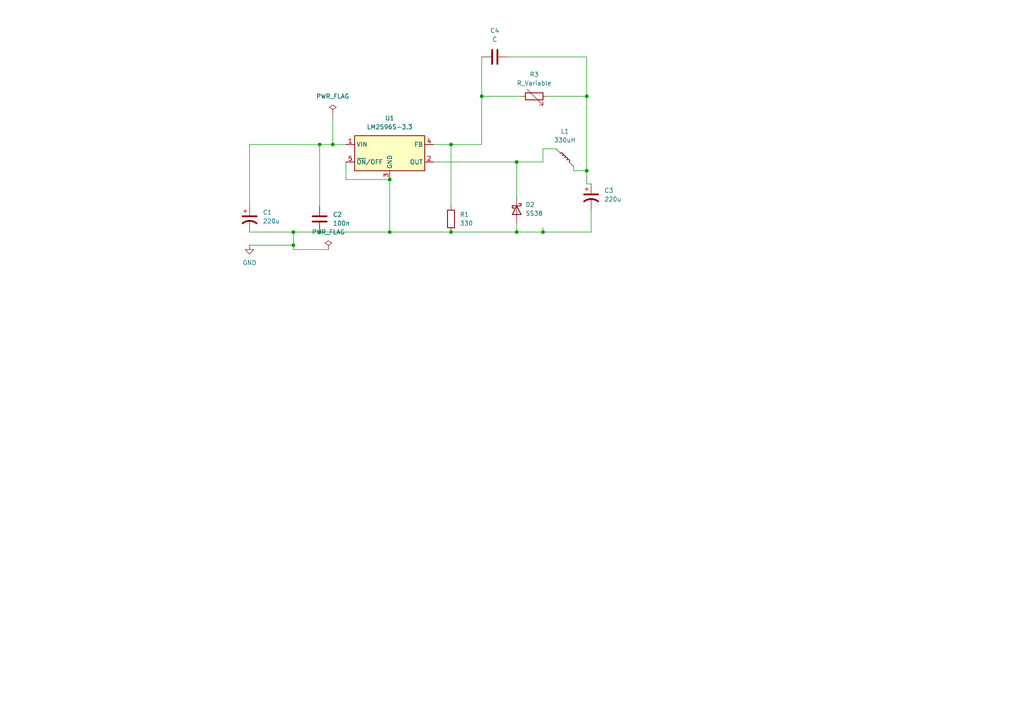
<source format=kicad_sch>
(kicad_sch (version 20231120) (generator "eeschema") (generator_version "8.0")
  (paper "A4")
  (title_block (title "Ejercicio1") (date "05/04/2024") (rev "Indefinido") (company "Universidad_Catolica") (comment 1 "Es un ejercicio de practica"))
  (lib_symbols
    (symbol "Device:C" (pin_numbers hide) (pin_names (offset 0.254))
      (property "Reference" "C" (at 0.635 2.54 0))
      (property "Value" "C" (at 0.635 -2.54 0))
      (symbol "C_0_1"
        (polyline (pts (xy -2.032 -0.762) (xy 2.032 -0.762)) (stroke (width 0.508)))
        (polyline (pts (xy -2.032 0.762) (xy 2.032 0.762)) (stroke (width 0.508)))
      )
      (symbol "C_1_1"
        (pin passive line (at 0 3.81 270) (length 2.794) (name "~") (number "1"))
        (pin passive line (at 0 -3.81 90) (length 2.794) (name "~") (number "2"))
      )
    )
    (symbol "Device:C_Polarized_US" (pin_numbers hide) (pin_names (offset 0.254) hide)
      (property "Reference" "C" (at 0.635 2.54 0))
      (property "Value" "C_Polarized_US" (at 0.635 -2.54 0))
      (symbol "C_Polarized_US_0_1"
        (polyline (pts (xy -2.032 0.762) (xy 2.032 0.762)) (stroke (width 0.508)))
        (polyline (pts (xy -1.778 2.286) (xy -0.762 2.286)))
        (polyline (pts (xy -1.27 1.778) (xy -1.27 2.794)))
        (arc (start 2.032 -1.27) (mid 0 -0.5572) (end -2.032 -1.27) (stroke (width 0.508)))
      )
      (symbol "C_Polarized_US_1_1"
        (pin passive line (at 0 3.81 270) (length 2.794) (name "~") (number "1"))
        (pin passive line (at 0 -3.81 90) (length 3.302) (name "~") (number "2"))
      )
    )
    (symbol "Device:L_45deg" (pin_numbers hide) (pin_names (offset 0))
      (property "Reference" "L" (at 5.08 2.54 0))
      (property "Value" "L_45deg" (at 8.255 0.635 0))
      (symbol "L_45deg_0_1"
        (polyline (pts (xy -1.27 1.27) (xy -2.54 2.54)))
        (polyline (pts (xy 2.54 -2.54) (xy 1.27 -1.27)))
      )
      (symbol "L_45deg_1_1"
        (arc (start -0.635 0.635) (mid -0.6462 1.2588) (end -1.27 1.27) (stroke (width 0.254)))
        (arc (start 0 0) (mid -0.0062 0.6288) (end -0.635 0.635) (stroke (width 0.254)))
        (arc (start 0.635 -0.635) (mid 0.6256 -0.0094) (end 0 0) (stroke (width 0.254)))
        (arc (start 1.27 -1.27) (mid 1.265 -0.6449) (end 0.635 -0.635) (stroke (width 0.254)))
        (pin passive line (at 2.54 -2.54 180) (length 0) (name "~") (number "1"))
        (pin passive line (at -2.54 2.54 0) (length 0) (name "~") (number "2"))
      )
    )
    (symbol "Device:R" (pin_numbers hide) (pin_names (offset 0))
      (property "Reference" "R" (at 2.032 0 90))
      (property "Value" "R" (at 0 0 90))
      (symbol "R_0_1"
        (rectangle (start -1.016 -2.54) (end 1.016 2.54) (stroke (width 0.254)))
      )
      (symbol "R_1_1"
        (pin passive line (at 0 3.81 270) (length 1.27) (name "~") (number "1"))
        (pin passive line (at 0 -3.81 90) (length 1.27) (name "~") (number "2"))
      )
    )
    (symbol "Device:R_Variable" (pin_numbers hide) (pin_names (offset 0))
      (property "Reference" "R" (at 2.54 -2.54 90))
      (property "Value" "R_Variable" (at -2.54 -1.27 90))
      (symbol "R_Variable_0_1"
        (rectangle (start -1.016 -2.54) (end 1.016 2.54) (stroke (width 0.254)))
        (polyline (pts (xy 2.54 1.524) (xy 2.54 2.54) (xy 1.524 2.54) (xy 2.54 2.54) (xy -2.032 -2.032)))
      )
      (symbol "R_Variable_1_1"
        (pin passive line (at 0 3.81 270) (length 1.27) (name "~") (number "1"))
        (pin passive line (at 0 -3.81 90) (length 1.27) (name "~") (number "2"))
      )
    )
    (symbol "Diode:SS38" (pin_numbers hide) (pin_names (offset 1.016) hide)
      (property "Reference" "D" (at 0 2.54 0))
      (property "Value" "SS38" (at 0 -2.54 0))
      (symbol "SS38_0_1"
        (polyline (pts (xy 1.27 0) (xy -1.27 0)))
        (polyline (pts (xy 1.27 1.27) (xy 1.27 -1.27) (xy -1.27 0) (xy 1.27 1.27)) (stroke (width 0.254)))
        (polyline (pts (xy -1.905 0.635) (xy -1.905 1.27) (xy -1.27 1.27) (xy -1.27 -1.27) (xy -0.635 -1.27) (xy -0.635 -0.635)) (stroke (width 0.254)))
      )
      (symbol "SS38_1_1"
        (pin passive line (at -3.81 0 0) (length 2.54) (name "K") (number "1"))
        (pin passive line (at 3.81 0 180) (length 2.54) (name "A") (number "2"))
      )
    )
    (symbol "Regulator_Switching:LM2596S-3.3"
      (property "Reference" "U" (at -10.16 6.35 0))
      (property "Value" "LM2596S-3.3" (at 0 6.35 0))
      (symbol "LM2596S-3.3_0_1"
        (rectangle (start -10.16 5.08) (end 10.16 -5.08) (stroke (width 0.254)) (fill (type background)))
      )
      (symbol "LM2596S-3.3_1_1"
        (pin power_in line (at -12.7 2.54 0) (length 2.54) (name "VIN") (number "1"))
        (pin output line (at 12.7 -2.54 180) (length 2.54) (name "OUT") (number "2"))
        (pin power_in line (at 0 -7.62 90) (length 2.54) (name "GND") (number "3"))
        (pin input line (at 12.7 2.54 180) (length 2.54) (name "FB") (number "4"))
        (pin input line (at -12.7 -2.54 0) (length 2.54) (name "~{ON}/OFF") (number "5"))
      )
    )
    (symbol "power:GND" (power) (pin_numbers hide) (pin_names (offset 0) hide)
      (property "Value" "GND" (at 0 -3.81 0))
      (symbol "GND_0_1"
        (polyline (pts (xy 0 0) (xy 0 -1.27) (xy 1.27 -1.27) (xy 0 -2.54) (xy -1.27 -1.27) (xy 0 -1.27)))
      )
      (symbol "GND_1_1"
        (pin power_in line (at 0 0 270) (length 0) (name "~") (number "1"))
      )
    )
    (symbol "power:PWR_FLAG" (power) (pin_numbers hide) (pin_names (offset 0) hide)
      (property "Value" "PWR_FLAG" (at 0 3.81 0))
      (symbol "PWR_FLAG_0_0"
        (pin power_out line (at 0 0 90) (length 0) (name "~") (number "1"))
      )
      (symbol "PWR_FLAG_0_1"
        (polyline (pts (xy 0 0) (xy 0 1.27) (xy -1.016 1.905) (xy 0 2.54) (xy 1.016 1.905) (xy 0 1.27)))
      )
    )
  )
  (junction (at 92.71 67.31))
  (junction (at 113.03 52.07))
  (junction (at 85.09 67.31))
  (junction (at 170.18 27.94))
  (junction (at 170.18 49.53))
  (junction (at 85.09 71.12))
  (junction (at 92.71 41.91))
  (junction (at 113.03 67.31))
  (junction (at 130.81 67.31))
  (junction (at 130.81 41.91))
  (junction (at 96.52 41.91))
  (junction (at 149.86 67.31))
  (junction (at 149.86 46.99))
  (junction (at 157.48 67.31))
  (junction (at 139.7 27.94))
  (wire (pts (xy 85.09 67.31) (xy 72.39 67.31)))
  (wire (pts (xy 139.7 27.94) (xy 151.13 27.94)))
  (wire (pts (xy 72.39 59.69) (xy 72.39 41.91)))
  (wire (pts (xy 170.18 16.51) (xy 170.18 27.94)))
  (wire (pts (xy 72.39 41.91) (xy 92.71 41.91)))
  (wire (pts (xy 100.33 46.99) (xy 100.33 52.07)))
  (wire (pts (xy 139.7 27.94) (xy 139.7 41.91)))
  (wire (pts (xy 92.71 41.91) (xy 96.52 41.91)))
  (wire (pts (xy 92.71 41.91) (xy 92.71 59.69)))
  (wire (pts (xy 157.48 43.18) (xy 157.48 46.99)))
  (wire (pts (xy 149.86 46.99) (xy 157.48 46.99)))
  (wire (pts (xy 100.33 52.07) (xy 113.03 52.07)))
  (wire (pts (xy 161.29 43.18) (xy 157.48 43.18)))
  (wire (pts (xy 85.09 67.31) (xy 92.71 67.31)))
  (wire (pts (xy 125.73 46.99) (xy 149.86 46.99)))
  (wire (pts (xy 85.09 72.39) (xy 85.09 71.12)))
  (wire (pts (xy 158.75 27.94) (xy 170.18 27.94)))
  (wire (pts (xy 85.09 67.31) (xy 85.09 71.12)))
  (wire (pts (xy 92.71 67.31) (xy 113.03 67.31)))
  (wire (pts (xy 113.03 52.07) (xy 113.03 67.31)))
  (wire (pts (xy 170.18 53.34) (xy 170.18 49.53)))
  (wire (pts (xy 130.81 41.91) (xy 125.73 41.91)))
  (wire (pts (xy 96.52 33.02) (xy 96.52 41.91)))
  (wire (pts (xy 149.86 67.31) (xy 157.48 67.31)))
  (wire (pts (xy 171.45 53.34) (xy 170.18 53.34)))
  (wire (pts (xy 130.81 59.69) (xy 130.81 41.91)))
  (wire (pts (xy 139.7 41.91) (xy 130.81 41.91)))
  (wire (pts (xy 171.45 60.96) (xy 171.45 67.31)))
  (wire (pts (xy 149.86 64.77) (xy 149.86 67.31)))
  (wire (pts (xy 170.18 49.53) (xy 166.37 49.53)))
  (wire (pts (xy 157.48 67.31) (xy 171.45 67.31)))
  (wire (pts (xy 157.48 67.31) (xy 157.48 66.04)))
  (wire (pts (xy 149.86 46.99) (xy 149.86 57.15)))
  (wire (pts (xy 95.25 72.39) (xy 85.09 72.39)))
  (wire (pts (xy 113.03 67.31) (xy 130.81 67.31)))
  (wire (pts (xy 130.81 67.31) (xy 149.86 67.31)))
  (wire (pts (xy 139.7 16.51) (xy 139.7 27.94)))
  (wire (pts (xy 96.52 41.91) (xy 100.33 41.91)))
  (wire (pts (xy 170.18 27.94) (xy 170.18 49.53)))
  (wire (pts (xy 85.09 71.12) (xy 72.39 71.12)))
  (wire (pts (xy 170.18 16.51) (xy 147.32 16.51)))
  (wire (pts (xy 166.37 49.53) (xy 166.37 48.26)))
  (symbol (lib_id "Device:C") (at 92.71 63.5 0) (unit 1)
    (property "Reference" "C2" (at 96.52 62.2299 0) (effects (justify left)))
    (property "Value" "100n" (at 96.52 64.7699 0) (effects (justify left)))
    (property "Footprint" "Capacitor_SMD:C_0504_1310Metric_Pad0.83x1.28mm_HandSolder" (effects (hide yes)))
    (property "Description" "Unpolarized capacitor" (effects (hide yes)))
  )
  (symbol (lib_id "Device:L_45deg") (at 163.83 45.72 0) (unit 1)
    (property "Reference" "L1" (at 163.83 38.1 0))
    (property "Value" "330uH" (at 163.83 40.64 0))
    (property "Footprint" "Inductor_SMD:L_0402_1005Metric" (effects (hide yes)))
    (property "Description" "Inductor, rotated by 45°" (effects (hide yes)))
  )
  (symbol (lib_id "Regulator_Switching:LM2596S-3.3") (at 113.03 44.45 0) (unit 1)
    (property "Reference" "U1" (at 113.03 34.29 0))
    (property "Value" "LM2596S-3.3" (at 113.03 36.83 0))
    (property "Footprint" "Package_TO_SOT_SMD:TO-263-5_TabPin3" (effects (hide yes)))
    (property "Datasheet" "http://www.ti.com/lit/ds/symlink/lm2596.pdf" (effects (hide yes)))
    (property "Description" "3.3V 3A Step-Down Voltage Regulator, TO-263" (effects (hide yes)))
  )
  (symbol (lib_id "Device:C") (at 143.51 16.51 90) (unit 1)
    (property "Reference" "C4" (at 143.51 8.89 90))
    (property "Value" "C" (at 143.51 11.43 90))
    (property "Footprint" "Capacitor_SMD:C_Elec_4x5.8" (effects (hide yes)))
    (property "Description" "Unpolarized capacitor" (effects (hide yes)))
  )
  (symbol (lib_id "Device:R") (at 130.81 63.5 0) (unit 1)
    (property "Reference" "R1" (at 133.35 62.2299 0) (effects (justify left)))
    (property "Value" "330" (at 133.35 64.7699 0) (effects (justify left)))
    (property "Footprint" "Resistor_SMD:R_0402_1005Metric_Pad0.72x0.64mm_HandSolder" (effects (hide yes)))
    (property "Description" "Resistor" (effects (hide yes)))
  )
  (symbol (lib_id "power:PWR_FLAG") (at 95.25 72.39 0) (unit 1)
    (property "Reference" "#FLG01" (effects (hide yes)))
    (property "Value" "PWR_FLAG" (at 95.25 67.31 0))
    (property "Description" "Special symbol for telling ERC where power comes from" (effects (hide yes)))
  )
  (symbol (lib_id "Device:R_Variable") (at 154.94 27.94 270) (unit 1)
    (property "Reference" "R3" (at 154.94 21.59 90))
    (property "Value" "R_Variable" (at 154.94 24.13 90))
    (property "Footprint" "Potentiometer_THT:Potentiometer_Bourns_3386W_Horizontal" (effects (hide yes)))
    (property "Description" "Variable resistor" (effects (hide yes)))
  )
  (symbol (lib_id "Device:C_Polarized_US") (at 72.39 63.5 0) (unit 1)
    (property "Reference" "C1" (at 76.2 61.5949 0) (effects (justify left)))
    (property "Value" "220u" (at 76.2 64.1349 0) (effects (justify left)))
    (property "Footprint" "Capacitor_SMD:CP_Elec_5x3.9" (effects (hide yes)))
    (property "Description" "Polarized capacitor, US symbol" (effects (hide yes)))
  )
  (symbol (lib_id "Diode:SS38") (at 149.86 60.96 270) (unit 1)
    (property "Reference" "D2" (at 152.4 59.3724 90) (effects (justify left)))
    (property "Value" "SS38" (at 152.4 61.9124 90) (effects (justify left)))
    (property "Footprint" "Diode_SMD:D_SMA" (effects (hide yes)))
    (property "Datasheet" "https://www.microdiode.com/uploadfiles//PDF/SS32-THRU-SS3200-SMA.pdf" (effects (hide yes)))
    (property "Description" "80V 3A Schottky Diode, SMA" (effects (hide yes)))
  )
  (symbol (lib_id "power:GND") (at 72.39 71.12 0) (unit 1)
    (property "Reference" "#PWR02" (effects (hide yes)))
    (property "Value" "GND" (at 72.39 76.2 0))
    (property "Description" "Power symbol creates a global label with name \"GND\" , ground" (effects (hide yes)))
  )
  (symbol (lib_id "Device:C_Polarized_US") (at 171.45 57.15 0) (unit 1)
    (property "Reference" "C3" (at 175.26 55.2449 0) (effects (justify left)))
    (property "Value" "220u" (at 175.26 57.7849 0) (effects (justify left)))
    (property "Footprint" "Capacitor_SMD:CP_Elec_5x3.9" (effects (hide yes)))
    (property "Description" "Polarized capacitor, US symbol" (effects (hide yes)))
  )
  (symbol (lib_id "power:PWR_FLAG") (at 96.52 33.02 0) (unit 1)
    (property "Reference" "#FLG02" (effects (hide yes)))
    (property "Value" "PWR_FLAG" (at 96.52 27.94 0))
    (property "Description" "Special symbol for telling ERC where power comes from" (effects (hide yes)))
  )
)
</source>
